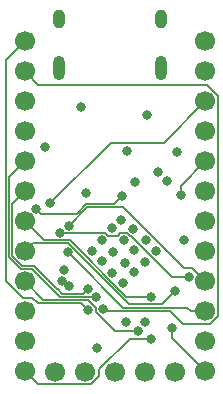
<source format=gbr>
G04 #@! TF.GenerationSoftware,KiCad,Pcbnew,5.1.5+dfsg1-2build2*
G04 #@! TF.CreationDate,2020-11-29T01:09:51-05:00*
G04 #@! TF.ProjectId,goldfish,676f6c64-6669-4736-982e-6b696361645f,rev?*
G04 #@! TF.SameCoordinates,Original*
G04 #@! TF.FileFunction,Copper,L4,Bot*
G04 #@! TF.FilePolarity,Positive*
%FSLAX46Y46*%
G04 Gerber Fmt 4.6, Leading zero omitted, Abs format (unit mm)*
G04 Created by KiCad (PCBNEW 5.1.5+dfsg1-2build2) date 2020-11-29 01:09:51*
%MOMM*%
%LPD*%
G04 APERTURE LIST*
%ADD10C,1.700000*%
%ADD11O,1.000000X2.100000*%
%ADD12O,1.000000X1.600000*%
%ADD13C,0.800000*%
%ADD14C,0.127000*%
G04 APERTURE END LIST*
D10*
X37620000Y-55240000D03*
X37620000Y-52700000D03*
X37620000Y-50160000D03*
X37620000Y-47620000D03*
X37620000Y-45080000D03*
X37620000Y-42540000D03*
X37620000Y-40000000D03*
X37620000Y-37460000D03*
X37620000Y-34920000D03*
X37620000Y-32380000D03*
X37620000Y-29840000D03*
X37620000Y-27300000D03*
D11*
X33920000Y-29540000D03*
X25280000Y-29540000D03*
D12*
X33920000Y-25360000D03*
X25280000Y-25360000D03*
D10*
X22380000Y-27300000D03*
X22380000Y-29840000D03*
X22380000Y-32380000D03*
X22380000Y-34920000D03*
X22380000Y-37460000D03*
X22380000Y-40000000D03*
X22380000Y-42540000D03*
X22380000Y-45080000D03*
X22380000Y-47620000D03*
X22380000Y-50160000D03*
X22380000Y-52700000D03*
X22380000Y-55240000D03*
X24920000Y-55250000D03*
X27460000Y-55250000D03*
X30000000Y-55250000D03*
X32540000Y-55250000D03*
X35080000Y-55250000D03*
D13*
X31550000Y-43140000D03*
X29780000Y-43120000D03*
X32580000Y-44110000D03*
X33490000Y-45010000D03*
X30540000Y-42460000D03*
X30880000Y-46020000D03*
X29840000Y-45150000D03*
X28850000Y-44120000D03*
X28030000Y-45040000D03*
X28850000Y-45910000D03*
X29750000Y-46880000D03*
X30670000Y-47750000D03*
X30730000Y-44130000D03*
X31620000Y-44980000D03*
X32530000Y-45940000D03*
X31580000Y-46840000D03*
X31050000Y-36591600D03*
X28500000Y-53230000D03*
X34410000Y-39130000D03*
X33620000Y-38360000D03*
X26070000Y-48030000D03*
X30920000Y-51070000D03*
X27510000Y-40100000D03*
X25500000Y-47570000D03*
X35856400Y-44078900D03*
X31660200Y-39230200D03*
X35230000Y-36680000D03*
X24060000Y-36220000D03*
X32504900Y-51033457D03*
X25647919Y-46654865D03*
X27150000Y-32828100D03*
X32709800Y-33523300D03*
X34822800Y-51586000D03*
X36262954Y-47274677D03*
X25310000Y-43510002D03*
X26001034Y-45165366D03*
X26094400Y-42916800D03*
X35566400Y-40267900D03*
X24500200Y-40981400D03*
X27681100Y-50020500D03*
X28974800Y-49948700D03*
X28386700Y-48918700D03*
X27688500Y-48279500D03*
X33036000Y-48901400D03*
X35110000Y-48390000D03*
X31929700Y-51828900D03*
X23318300Y-41511500D03*
X30577300Y-40402800D03*
X33075900Y-52463000D03*
D14*
X34822800Y-51586000D02*
X34822800Y-52442800D01*
X34822800Y-52442800D02*
X37620000Y-55240000D01*
X30206058Y-43780000D02*
X29383942Y-43780000D01*
X29113944Y-43510002D02*
X25875685Y-43510002D01*
X34844677Y-47274677D02*
X31350000Y-43780000D01*
X30446559Y-43539499D02*
X30206058Y-43780000D01*
X29383942Y-43780000D02*
X29113944Y-43510002D01*
X31013441Y-43539499D02*
X30446559Y-43539499D01*
X31350000Y-43780000D02*
X31253942Y-43780000D01*
X31253942Y-43780000D02*
X31013441Y-43539499D01*
X36262954Y-47274677D02*
X34844677Y-47274677D01*
X25875685Y-43510002D02*
X25310000Y-43510002D01*
X37620000Y-50160000D02*
X36417919Y-50160000D01*
X26401033Y-45565365D02*
X26001034Y-45165366D01*
X30679368Y-49843700D02*
X26401033Y-45565365D01*
X36417919Y-50160000D02*
X36101619Y-49843700D01*
X36101619Y-49843700D02*
X30679368Y-49843700D01*
X27661200Y-41350000D02*
X26094400Y-42916800D01*
X35869300Y-46520900D02*
X30698400Y-41350000D01*
X36520900Y-46520900D02*
X35869300Y-46520900D01*
X37620000Y-47620000D02*
X36520900Y-46520900D01*
X30698400Y-41350000D02*
X27661200Y-41350000D01*
X37620000Y-37460000D02*
X35566400Y-39513600D01*
X35566400Y-39513600D02*
X35566400Y-40267900D01*
X29620400Y-35861200D02*
X34138800Y-35861200D01*
X34138800Y-35861200D02*
X37620000Y-32380000D01*
X24500200Y-40981400D02*
X29620400Y-35861200D01*
X20770700Y-28909300D02*
X20770700Y-47574300D01*
X20770700Y-47574300D02*
X22176400Y-48980000D01*
X23000000Y-48980000D02*
X23469100Y-49449100D01*
X27281101Y-49620501D02*
X27681100Y-50020500D01*
X23469100Y-49449100D02*
X25197485Y-49449100D01*
X27110090Y-49449490D02*
X27281101Y-49620501D01*
X22380000Y-27300000D02*
X20770700Y-28909300D01*
X25197875Y-49449490D02*
X27110090Y-49449490D01*
X22176400Y-48980000D02*
X23000000Y-48980000D01*
X25197485Y-49449100D02*
X25197875Y-49449490D01*
X22380000Y-29840000D02*
X23502100Y-30962100D01*
X23502100Y-30962100D02*
X37739700Y-30962100D01*
X37739700Y-30962100D02*
X38676700Y-31899100D01*
X38676700Y-31899100D02*
X38676700Y-50575300D01*
X38676700Y-50575300D02*
X38051100Y-51200900D01*
X38051100Y-51200900D02*
X35760600Y-51200900D01*
X35760600Y-51200900D02*
X34657800Y-50098100D01*
X34657800Y-50098100D02*
X29124200Y-50098100D01*
X29124200Y-50098100D02*
X28974800Y-49948700D01*
X21033400Y-45571000D02*
X22041500Y-46579100D01*
X22380000Y-37460000D02*
X21033400Y-38806600D01*
X25385837Y-48918997D02*
X25408308Y-48941468D01*
X25408308Y-48941468D02*
X27798247Y-48941468D01*
X25335830Y-48918997D02*
X25385837Y-48918997D01*
X27821015Y-48918700D02*
X28386700Y-48918700D01*
X22041500Y-46579100D02*
X22995933Y-46579100D01*
X21033400Y-38806600D02*
X21033400Y-45571000D01*
X27798247Y-48941468D02*
X27821015Y-48918700D01*
X22995933Y-46579100D02*
X25335830Y-48918997D01*
X27688500Y-48279500D02*
X27280543Y-48687457D01*
X25513522Y-48687457D02*
X25126566Y-48300501D01*
X25076559Y-48300501D02*
X23100758Y-46324700D01*
X21530001Y-40849999D02*
X22380000Y-40000000D01*
X21287800Y-41092200D02*
X21530001Y-40849999D01*
X22146800Y-46324700D02*
X21287800Y-45465700D01*
X27280543Y-48687457D02*
X25513522Y-48687457D01*
X23100758Y-46324700D02*
X22146800Y-46324700D01*
X21287800Y-45465700D02*
X21287800Y-41092200D01*
X25126566Y-48300501D02*
X25076559Y-48300501D01*
X30931400Y-48901400D02*
X32470315Y-48901400D01*
X32470315Y-48901400D02*
X33036000Y-48901400D01*
X22380000Y-42540000D02*
X23954011Y-44114011D01*
X23954011Y-44114011D02*
X26144011Y-44114011D01*
X26144011Y-44114011D02*
X30931400Y-48901400D01*
X34710001Y-48789999D02*
X35110000Y-48390000D01*
X31178676Y-49507900D02*
X33992100Y-49507900D01*
X26038798Y-44368022D02*
X31178676Y-49507900D01*
X22380000Y-45080000D02*
X23091978Y-44368022D01*
X23091978Y-44368022D02*
X26038798Y-44368022D01*
X33992100Y-49507900D02*
X34710001Y-48789999D01*
X27727779Y-49195479D02*
X28362700Y-49830400D01*
X25280623Y-49173008D02*
X25303094Y-49195479D01*
X28362700Y-49830400D02*
X28362700Y-50172000D01*
X22380000Y-47620000D02*
X23933008Y-49173008D01*
X23933008Y-49173008D02*
X25280623Y-49173008D01*
X25303094Y-49195479D02*
X27727779Y-49195479D01*
X31364015Y-51828900D02*
X31929700Y-51828900D01*
X30019600Y-51828900D02*
X31364015Y-51828900D01*
X28362700Y-50172000D02*
X30019600Y-51828900D01*
X30177301Y-40802799D02*
X30577300Y-40402800D01*
X29884111Y-41095989D02*
X30177301Y-40802799D01*
X26740476Y-41911499D02*
X27555986Y-41095989D01*
X23318300Y-41511500D02*
X23718299Y-41911499D01*
X27555986Y-41095989D02*
X29884111Y-41095989D01*
X23718299Y-41911499D02*
X26740476Y-41911499D01*
X22380000Y-55240000D02*
X23430900Y-56290900D01*
X23430900Y-56290900D02*
X27934900Y-56290900D01*
X27934900Y-56290900D02*
X28640000Y-55585800D01*
X28640000Y-55585800D02*
X28640000Y-55066700D01*
X28640000Y-55066700D02*
X31243700Y-52463000D01*
X31243700Y-52463000D02*
X33075900Y-52463000D01*
M02*

</source>
